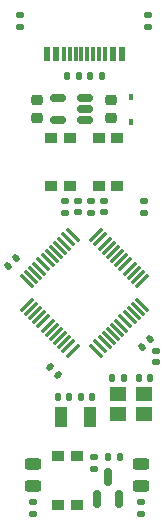
<source format=gbr>
%TF.GenerationSoftware,KiCad,Pcbnew,6.0.11-2627ca5db0~126~ubuntu20.04.1*%
%TF.CreationDate,2023-02-28T16:59:55+07:00*%
%TF.ProjectId,Bluepill-USB-C,426c7565-7069-46c6-9c2d-5553422d432e,rev?*%
%TF.SameCoordinates,Original*%
%TF.FileFunction,Paste,Top*%
%TF.FilePolarity,Positive*%
%FSLAX46Y46*%
G04 Gerber Fmt 4.6, Leading zero omitted, Abs format (unit mm)*
G04 Created by KiCad (PCBNEW 6.0.11-2627ca5db0~126~ubuntu20.04.1) date 2023-02-28 16:59:55*
%MOMM*%
%LPD*%
G01*
G04 APERTURE LIST*
G04 Aperture macros list*
%AMRoundRect*
0 Rectangle with rounded corners*
0 $1 Rounding radius*
0 $2 $3 $4 $5 $6 $7 $8 $9 X,Y pos of 4 corners*
0 Add a 4 corners polygon primitive as box body*
4,1,4,$2,$3,$4,$5,$6,$7,$8,$9,$2,$3,0*
0 Add four circle primitives for the rounded corners*
1,1,$1+$1,$2,$3*
1,1,$1+$1,$4,$5*
1,1,$1+$1,$6,$7*
1,1,$1+$1,$8,$9*
0 Add four rect primitives between the rounded corners*
20,1,$1+$1,$2,$3,$4,$5,0*
20,1,$1+$1,$4,$5,$6,$7,0*
20,1,$1+$1,$6,$7,$8,$9,0*
20,1,$1+$1,$8,$9,$2,$3,0*%
G04 Aperture macros list end*
%ADD10R,0.450000X0.600000*%
%ADD11RoundRect,0.140000X-0.140000X-0.170000X0.140000X-0.170000X0.140000X0.170000X-0.140000X0.170000X0*%
%ADD12RoundRect,0.135000X0.185000X-0.135000X0.185000X0.135000X-0.185000X0.135000X-0.185000X-0.135000X0*%
%ADD13RoundRect,0.135000X-0.185000X0.135000X-0.185000X-0.135000X0.185000X-0.135000X0.185000X0.135000X0*%
%ADD14RoundRect,0.140000X0.021213X-0.219203X0.219203X-0.021213X-0.021213X0.219203X-0.219203X0.021213X0*%
%ADD15RoundRect,0.147500X-0.172500X0.147500X-0.172500X-0.147500X0.172500X-0.147500X0.172500X0.147500X0*%
%ADD16RoundRect,0.140000X0.140000X0.170000X-0.140000X0.170000X-0.140000X-0.170000X0.140000X-0.170000X0*%
%ADD17R,1.000000X0.900000*%
%ADD18RoundRect,0.140000X-0.170000X0.140000X-0.170000X-0.140000X0.170000X-0.140000X0.170000X0.140000X0*%
%ADD19RoundRect,0.075000X0.521491X-0.415425X-0.415425X0.521491X-0.521491X0.415425X0.415425X-0.521491X0*%
%ADD20RoundRect,0.075000X0.521491X0.415425X0.415425X0.521491X-0.521491X-0.415425X-0.415425X-0.521491X0*%
%ADD21R,1.400000X1.200000*%
%ADD22RoundRect,0.243750X-0.456250X0.243750X-0.456250X-0.243750X0.456250X-0.243750X0.456250X0.243750X0*%
%ADD23RoundRect,0.140000X0.170000X-0.140000X0.170000X0.140000X-0.170000X0.140000X-0.170000X-0.140000X0*%
%ADD24R,0.600000X1.240000*%
%ADD25R,0.300000X1.240000*%
%ADD26RoundRect,0.135000X0.135000X0.185000X-0.135000X0.185000X-0.135000X-0.185000X0.135000X-0.185000X0*%
%ADD27RoundRect,0.140000X-0.021213X0.219203X-0.219203X0.021213X0.021213X-0.219203X0.219203X-0.021213X0*%
%ADD28R,1.000000X1.800000*%
%ADD29RoundRect,0.140000X0.219203X0.021213X0.021213X0.219203X-0.219203X-0.021213X-0.021213X-0.219203X0*%
%ADD30RoundRect,0.150000X0.512500X0.150000X-0.512500X0.150000X-0.512500X-0.150000X0.512500X-0.150000X0*%
%ADD31RoundRect,0.225000X0.250000X-0.225000X0.250000X0.225000X-0.250000X0.225000X-0.250000X-0.225000X0*%
%ADD32RoundRect,0.150000X0.150000X-0.587500X0.150000X0.587500X-0.150000X0.587500X-0.150000X-0.587500X0*%
%ADD33RoundRect,0.135000X-0.135000X-0.185000X0.135000X-0.185000X0.135000X0.185000X-0.135000X0.185000X0*%
%ADD34RoundRect,0.225000X-0.250000X0.225000X-0.250000X-0.225000X0.250000X-0.225000X0.250000X0.225000X0*%
G04 APERTURE END LIST*
D10*
%TO.C,D1*%
X154152600Y-89950000D03*
X154152600Y-87850000D03*
%TD*%
D11*
%TO.C,C9*%
X152191200Y-118323200D03*
X153151200Y-118323200D03*
%TD*%
D12*
%TO.C,R9*%
X155250000Y-97660000D03*
X155250000Y-96640000D03*
%TD*%
D13*
%TO.C,R6*%
X148550000Y-96640000D03*
X148550000Y-97660000D03*
%TD*%
D14*
%TO.C,C10*%
X143710589Y-102189411D03*
X144389411Y-101510589D03*
%TD*%
D15*
%TO.C,FB1*%
X156250000Y-109365000D03*
X156250000Y-110335000D03*
%TD*%
D16*
%TO.C,C2*%
X155730000Y-111650000D03*
X154770000Y-111650000D03*
%TD*%
D17*
%TO.C,SW3*%
X149500000Y-118300000D03*
X149500000Y-122400000D03*
X147900000Y-118300000D03*
X147900000Y-122400000D03*
%TD*%
D18*
%TO.C,C5*%
X149650000Y-96670000D03*
X149650000Y-97630000D03*
%TD*%
D19*
%TO.C,U3*%
X151163588Y-109337876D03*
X151517142Y-108984322D03*
X151870695Y-108630769D03*
X152224249Y-108277215D03*
X152577802Y-107923662D03*
X152931355Y-107570109D03*
X153284909Y-107216555D03*
X153638462Y-106863002D03*
X153992015Y-106509449D03*
X154345569Y-106155895D03*
X154699122Y-105802342D03*
X155052676Y-105448788D03*
D20*
X155052676Y-103451212D03*
X154699122Y-103097658D03*
X154345569Y-102744105D03*
X153992015Y-102390551D03*
X153638462Y-102036998D03*
X153284909Y-101683445D03*
X152931355Y-101329891D03*
X152577802Y-100976338D03*
X152224249Y-100622785D03*
X151870695Y-100269231D03*
X151517142Y-99915678D03*
X151163588Y-99562124D03*
D19*
X149166012Y-99562124D03*
X148812458Y-99915678D03*
X148458905Y-100269231D03*
X148105351Y-100622785D03*
X147751798Y-100976338D03*
X147398245Y-101329891D03*
X147044691Y-101683445D03*
X146691138Y-102036998D03*
X146337585Y-102390551D03*
X145984031Y-102744105D03*
X145630478Y-103097658D03*
X145276924Y-103451212D03*
D20*
X145276924Y-105448788D03*
X145630478Y-105802342D03*
X145984031Y-106155895D03*
X146337585Y-106509449D03*
X146691138Y-106863002D03*
X147044691Y-107216555D03*
X147398245Y-107570109D03*
X147751798Y-107923662D03*
X148105351Y-108277215D03*
X148458905Y-108630769D03*
X148812458Y-108984322D03*
X149166012Y-109337876D03*
%TD*%
D21*
%TO.C,Y2*%
X153010000Y-114732000D03*
X155210000Y-114732000D03*
X155210000Y-113032000D03*
X153010000Y-113032000D03*
%TD*%
D17*
%TO.C,SW1*%
X147364800Y-95400000D03*
X147364800Y-91300000D03*
X148964800Y-95400000D03*
X148964800Y-91300000D03*
%TD*%
D22*
%TO.C,D3*%
X154971200Y-118935700D03*
X154971200Y-120810700D03*
%TD*%
D23*
%TO.C,C11*%
X151850000Y-97630000D03*
X151850000Y-96670000D03*
%TD*%
D17*
%TO.C,SW2*%
X151364800Y-95400000D03*
X151364800Y-91300000D03*
X152964800Y-95400000D03*
X152964800Y-91300000D03*
%TD*%
D13*
%TO.C,R5*%
X150750000Y-96640000D03*
X150750000Y-97660000D03*
%TD*%
D24*
%TO.C,J1*%
X153364800Y-84212830D03*
X152564800Y-84212830D03*
D25*
X151414800Y-84212830D03*
X150414800Y-84212830D03*
X149914800Y-84212830D03*
X148914800Y-84212830D03*
D24*
X147764800Y-84212830D03*
X146964800Y-84212830D03*
X146964800Y-84212830D03*
X147764800Y-84212830D03*
D25*
X148414800Y-84212830D03*
X149414800Y-84212830D03*
X150914800Y-84212830D03*
X151914800Y-84212830D03*
D24*
X152564800Y-84212830D03*
X153364800Y-84212830D03*
%TD*%
D12*
%TO.C,R2*%
X144750000Y-81960000D03*
X144750000Y-80940000D03*
%TD*%
D13*
%TO.C,R8*%
X154971200Y-122163200D03*
X154971200Y-123183200D03*
%TD*%
D26*
%TO.C,R3*%
X149710000Y-86050000D03*
X148690000Y-86050000D03*
%TD*%
D27*
%TO.C,C13*%
X155689411Y-108360589D03*
X155010589Y-109039411D03*
%TD*%
D16*
%TO.C,C4*%
X150830000Y-113250000D03*
X149870000Y-113250000D03*
%TD*%
D28*
%TO.C,Y1*%
X150650000Y-114950000D03*
X148150000Y-114950000D03*
%TD*%
D29*
%TO.C,C12*%
X147939411Y-111389411D03*
X147260589Y-110710589D03*
%TD*%
D22*
%TO.C,D2*%
X145821200Y-118935700D03*
X145821200Y-120810700D03*
%TD*%
D13*
%TO.C,R7*%
X145821200Y-122163200D03*
X145821200Y-123183200D03*
%TD*%
D30*
%TO.C,U1*%
X150187500Y-89850000D03*
X150187500Y-88900000D03*
X150187500Y-87950000D03*
X147912500Y-87950000D03*
X147912500Y-89850000D03*
%TD*%
D12*
%TO.C,R1*%
X155550000Y-81960000D03*
X155550000Y-80940000D03*
%TD*%
D31*
%TO.C,C7*%
X146150000Y-89675000D03*
X146150000Y-88125000D03*
%TD*%
D32*
%TO.C,D4*%
X151221200Y-121910700D03*
X153121200Y-121910700D03*
X152171200Y-120035700D03*
%TD*%
D13*
%TO.C,R10*%
X151021200Y-118313200D03*
X151021200Y-119333200D03*
%TD*%
D11*
%TO.C,C3*%
X147920000Y-113250000D03*
X148880000Y-113250000D03*
%TD*%
%TO.C,C1*%
X152540000Y-111650000D03*
X153500000Y-111650000D03*
%TD*%
D33*
%TO.C,R4*%
X150640000Y-86050000D03*
X151660000Y-86050000D03*
%TD*%
D34*
%TO.C,C6*%
X152450000Y-88125000D03*
X152450000Y-89675000D03*
%TD*%
M02*

</source>
